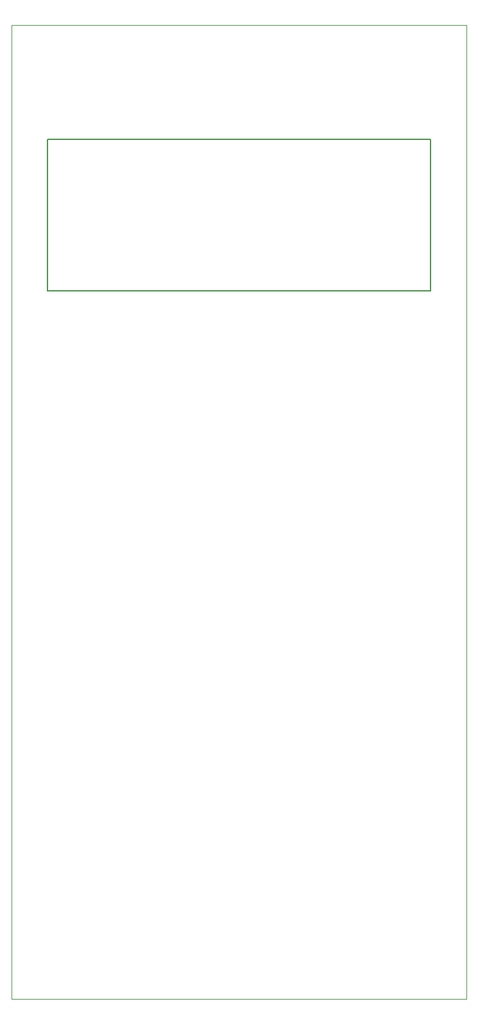
<source format=gbr>
%TF.GenerationSoftware,KiCad,Pcbnew,(6.0.1)*%
%TF.CreationDate,2022-12-13T20:49:30+02:00*%
%TF.ProjectId,ArduinoClockModuleFaceplate,41726475-696e-46f4-936c-6f636b4d6f64,rev?*%
%TF.SameCoordinates,Original*%
%TF.FileFunction,Profile,NP*%
%FSLAX46Y46*%
G04 Gerber Fmt 4.6, Leading zero omitted, Abs format (unit mm)*
G04 Created by KiCad (PCBNEW (6.0.1)) date 2022-12-13 20:49:30*
%MOMM*%
%LPD*%
G01*
G04 APERTURE LIST*
%TA.AperFunction,Profile*%
%ADD10C,0.200000*%
%TD*%
%TA.AperFunction,Profile*%
%ADD11C,0.100000*%
%TD*%
G04 APERTURE END LIST*
D10*
X5750000Y-36097500D02*
X56250000Y-36097500D01*
X56250000Y-36097500D02*
X56250000Y-16097500D01*
X56250000Y-16097500D02*
X5750000Y-16097500D01*
X5750000Y-16097500D02*
X5750000Y-36097500D01*
D11*
X1000000Y-1000000D02*
X61000000Y-1000000D01*
X61000000Y-1000000D02*
X61000000Y-129500000D01*
X61000000Y-129500000D02*
X1000000Y-129500000D01*
X1000000Y-129500000D02*
X1000000Y-1000000D01*
M02*

</source>
